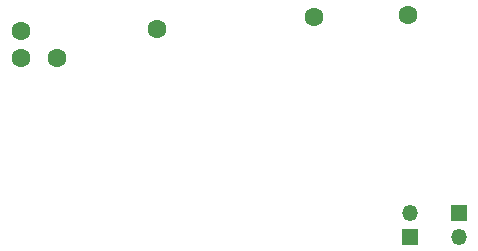
<source format=gbs>
G04 #@! TF.GenerationSoftware,KiCad,Pcbnew,8.0.3*
G04 #@! TF.CreationDate,2025-06-24T11:22:04+03:00*
G04 #@! TF.ProjectId,Camera_24-22_Pin,43616d65-7261-45f3-9234-2d32325f5069,rev?*
G04 #@! TF.SameCoordinates,Original*
G04 #@! TF.FileFunction,Soldermask,Bot*
G04 #@! TF.FilePolarity,Negative*
%FSLAX46Y46*%
G04 Gerber Fmt 4.6, Leading zero omitted, Abs format (unit mm)*
G04 Created by KiCad (PCBNEW 8.0.3) date 2025-06-24 11:22:04*
%MOMM*%
%LPD*%
G01*
G04 APERTURE LIST*
%ADD10C,1.600000*%
%ADD11R,1.350000X1.350000*%
%ADD12O,1.350000X1.350000*%
G04 APERTURE END LIST*
D10*
X175820000Y-86750000D03*
X151070000Y-90180000D03*
X154060000Y-90170000D03*
X183820000Y-86570000D03*
X151030000Y-87880000D03*
D11*
X188110000Y-103350000D03*
D12*
X188110000Y-105350000D03*
D10*
X162550000Y-87740000D03*
D11*
X184020000Y-105350000D03*
D12*
X184020000Y-103350000D03*
M02*

</source>
